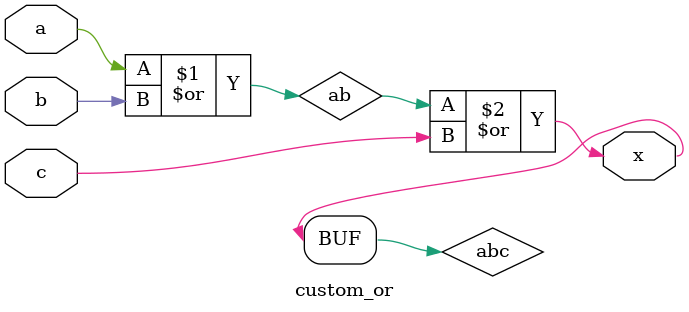
<source format=v>
module custom_or (
    input a,
    input b,
    input c,
    output x
);

    wire ab, abc;

    assign ab = a | b;
    assign abc = ab | c;
    assign x = abc;

endmodule
</source>
